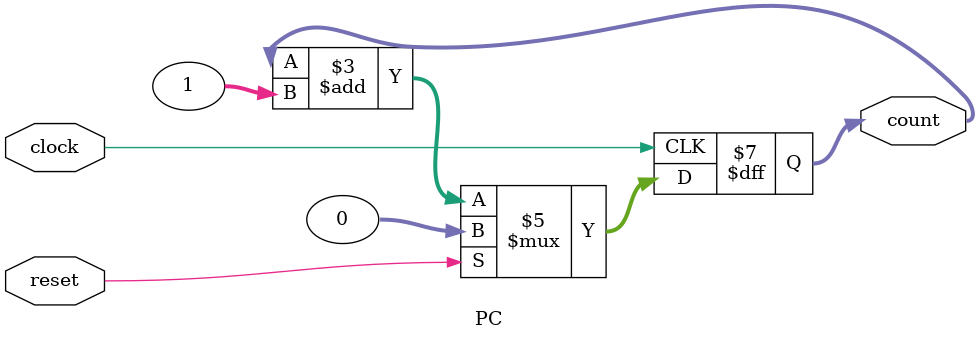
<source format=v>
module PC(count, clock, reset);
  input		clock, reset;
  output	[31:0]	count;
  reg	[31:0]	count;
  always @(posedge clock)
    if(!reset)
      count = count + 1;
    else
      count = 0;
endmodule

/*
module TBPC;
  reg clock, reset;
  wire [31:0] count;
  PC pc(count, clock, reset);
  initial begin
    repeat(1000)
    # 5 clock = ~clock;
  end
  initial begin
    $monitor($time, " Reset = %b, Count= %b.", reset, count);
    #0  clock = 1'b0; reset = 1'b1;
    #11  reset = 1'b0;
  end
endmodule
*/
</source>
